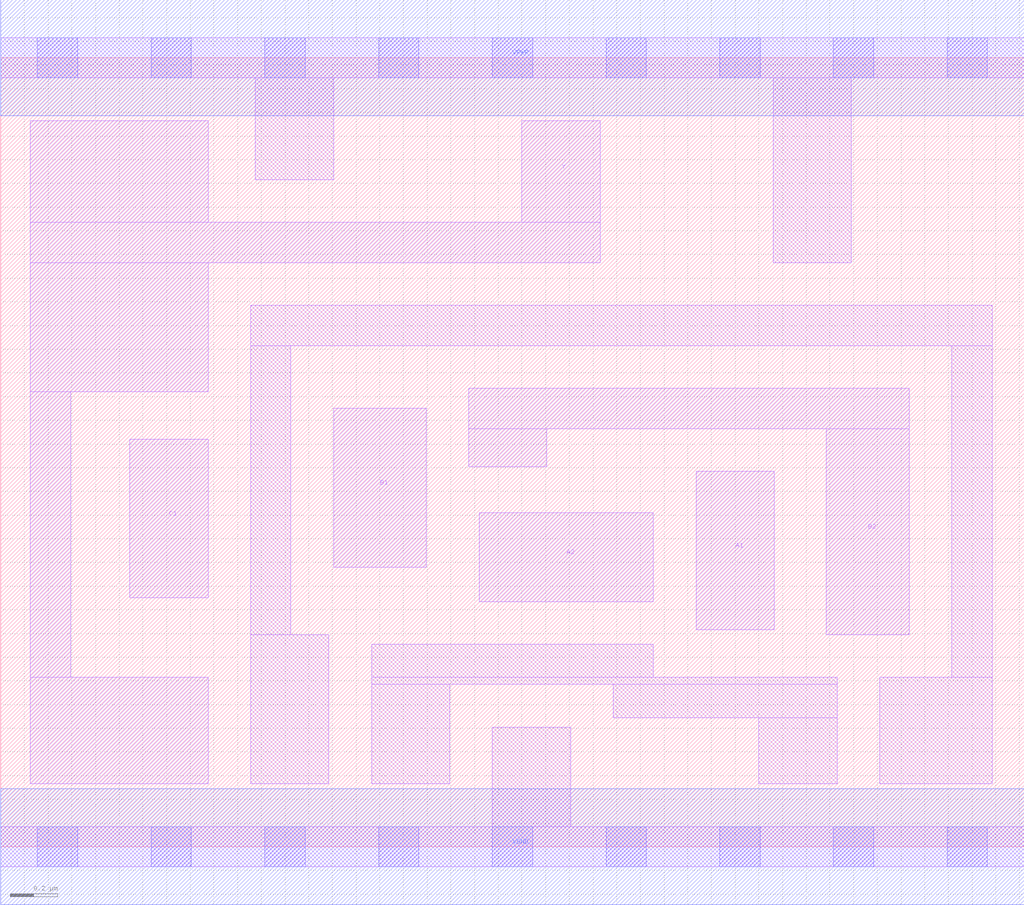
<source format=lef>
# Copyright 2020 The SkyWater PDK Authors
#
# Licensed under the Apache License, Version 2.0 (the "License");
# you may not use this file except in compliance with the License.
# You may obtain a copy of the License at
#
#     https://www.apache.org/licenses/LICENSE-2.0
#
# Unless required by applicable law or agreed to in writing, software
# distributed under the License is distributed on an "AS IS" BASIS,
# WITHOUT WARRANTIES OR CONDITIONS OF ANY KIND, either express or implied.
# See the License for the specific language governing permissions and
# limitations under the License.
#
# SPDX-License-Identifier: Apache-2.0

VERSION 5.7 ;
  NAMESCASESENSITIVE ON ;
  NOWIREEXTENSIONATPIN ON ;
  DIVIDERCHAR "/" ;
  BUSBITCHARS "[]" ;
UNITS
  DATABASE MICRONS 200 ;
END UNITS
MACRO sky130_fd_sc_lp__o221ai_lp
  CLASS CORE ;
  FOREIGN sky130_fd_sc_lp__o221ai_lp ;
  ORIGIN  0.000000  0.000000 ;
  SIZE  4.320000 BY  3.330000 ;
  SYMMETRY X Y R90 ;
  SITE unit ;
  PIN A1
    ANTENNAGATEAREA  0.313000 ;
    DIRECTION INPUT ;
    USE SIGNAL ;
    PORT
      LAYER li1 ;
        RECT 2.935000 0.915000 3.265000 1.585000 ;
    END
  END A1
  PIN A2
    ANTENNAGATEAREA  0.313000 ;
    DIRECTION INPUT ;
    USE SIGNAL ;
    PORT
      LAYER li1 ;
        RECT 2.020000 1.035000 2.755000 1.410000 ;
    END
  END A2
  PIN B1
    ANTENNAGATEAREA  0.313000 ;
    DIRECTION INPUT ;
    USE SIGNAL ;
    PORT
      LAYER li1 ;
        RECT 1.405000 1.180000 1.795000 1.850000 ;
    END
  END B1
  PIN B2
    ANTENNAGATEAREA  0.313000 ;
    DIRECTION INPUT ;
    USE SIGNAL ;
    PORT
      LAYER li1 ;
        RECT 1.975000 1.605000 2.305000 1.765000 ;
        RECT 1.975000 1.765000 3.835000 1.935000 ;
        RECT 3.485000 0.895000 3.835000 1.765000 ;
    END
  END B2
  PIN C1
    ANTENNAGATEAREA  0.313000 ;
    DIRECTION INPUT ;
    USE SIGNAL ;
    PORT
      LAYER li1 ;
        RECT 0.545000 1.050000 0.875000 1.720000 ;
    END
  END C1
  PIN Y
    ANTENNADIFFAREA  0.724700 ;
    DIRECTION OUTPUT ;
    USE SIGNAL ;
    PORT
      LAYER li1 ;
        RECT 0.125000 0.265000 0.875000 0.715000 ;
        RECT 0.125000 0.715000 0.295000 1.920000 ;
        RECT 0.125000 1.920000 0.875000 2.465000 ;
        RECT 0.125000 2.465000 2.530000 2.635000 ;
        RECT 0.125000 2.635000 0.875000 3.065000 ;
        RECT 2.200000 2.635000 2.530000 3.065000 ;
    END
  END Y
  PIN VGND
    DIRECTION INOUT ;
    USE GROUND ;
    PORT
      LAYER met1 ;
        RECT 0.000000 -0.245000 4.320000 0.245000 ;
    END
  END VGND
  PIN VPWR
    DIRECTION INOUT ;
    USE POWER ;
    PORT
      LAYER met1 ;
        RECT 0.000000 3.085000 4.320000 3.575000 ;
    END
  END VPWR
  OBS
    LAYER li1 ;
      RECT 0.000000 -0.085000 4.320000 0.085000 ;
      RECT 0.000000  3.245000 4.320000 3.415000 ;
      RECT 1.055000  0.265000 1.385000 0.895000 ;
      RECT 1.055000  0.895000 1.225000 2.115000 ;
      RECT 1.055000  2.115000 4.185000 2.285000 ;
      RECT 1.075000  2.815000 1.405000 3.245000 ;
      RECT 1.565000  0.265000 1.895000 0.685000 ;
      RECT 1.565000  0.685000 3.530000 0.715000 ;
      RECT 1.565000  0.715000 2.755000 0.855000 ;
      RECT 2.075000  0.085000 2.405000 0.505000 ;
      RECT 2.585000  0.545000 3.530000 0.685000 ;
      RECT 3.200000  0.265000 3.530000 0.545000 ;
      RECT 3.260000  2.465000 3.590000 3.245000 ;
      RECT 3.710000  0.265000 4.185000 0.715000 ;
      RECT 4.015000  0.715000 4.185000 2.115000 ;
    LAYER mcon ;
      RECT 0.155000 -0.085000 0.325000 0.085000 ;
      RECT 0.155000  3.245000 0.325000 3.415000 ;
      RECT 0.635000 -0.085000 0.805000 0.085000 ;
      RECT 0.635000  3.245000 0.805000 3.415000 ;
      RECT 1.115000 -0.085000 1.285000 0.085000 ;
      RECT 1.115000  3.245000 1.285000 3.415000 ;
      RECT 1.595000 -0.085000 1.765000 0.085000 ;
      RECT 1.595000  3.245000 1.765000 3.415000 ;
      RECT 2.075000 -0.085000 2.245000 0.085000 ;
      RECT 2.075000  3.245000 2.245000 3.415000 ;
      RECT 2.555000 -0.085000 2.725000 0.085000 ;
      RECT 2.555000  3.245000 2.725000 3.415000 ;
      RECT 3.035000 -0.085000 3.205000 0.085000 ;
      RECT 3.035000  3.245000 3.205000 3.415000 ;
      RECT 3.515000 -0.085000 3.685000 0.085000 ;
      RECT 3.515000  3.245000 3.685000 3.415000 ;
      RECT 3.995000 -0.085000 4.165000 0.085000 ;
      RECT 3.995000  3.245000 4.165000 3.415000 ;
  END
END sky130_fd_sc_lp__o221ai_lp
END LIBRARY

</source>
